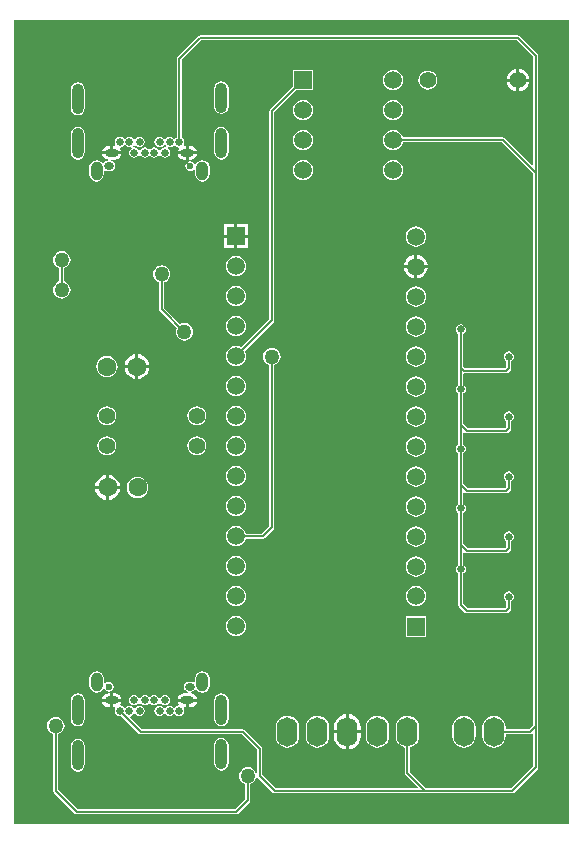
<source format=gbl>
G04*
G04 #@! TF.GenerationSoftware,Altium Limited,Altium Designer,18.1.9 (240)*
G04*
G04 Layer_Physical_Order=2*
G04 Layer_Color=16711680*
%FSLAX25Y25*%
%MOIN*%
G70*
G01*
G75*
%ADD37C,0.00800*%
%ADD38C,0.02559*%
%ADD39O,0.04528X0.02559*%
%ADD40O,0.03347X0.02559*%
%ADD41C,0.02362*%
%ADD42O,0.03937X0.06299*%
%ADD43O,0.03937X0.10079*%
%ADD44C,0.05900*%
%ADD45R,0.05900X0.05900*%
%ADD46C,0.05512*%
%ADD47R,0.05906X0.05906*%
%ADD48C,0.05906*%
%ADD49O,0.06890X0.09843*%
%ADD50C,0.06299*%
%ADD51C,0.05000*%
%ADD52C,0.02500*%
G36*
X531000Y162000D02*
X346000D01*
Y430000D01*
X531000D01*
Y162000D01*
D02*
G37*
%LPC*%
G36*
X514000Y424816D02*
X514000Y424816D01*
X408000D01*
X408000Y424816D01*
X407688Y424754D01*
X407423Y424577D01*
X407423Y424577D01*
X400490Y417644D01*
X400313Y417379D01*
X400251Y417067D01*
X400251Y417067D01*
Y390790D01*
X399856Y390526D01*
X399742Y390355D01*
X399242D01*
X399128Y390526D01*
X398573Y390897D01*
X397917Y391027D01*
X397262Y390897D01*
X396706Y390526D01*
X396545Y390284D01*
X395943D01*
X395782Y390526D01*
X395226Y390897D01*
X394571Y391027D01*
X393916Y390897D01*
X393360Y390526D01*
X392989Y389970D01*
X392858Y389315D01*
X392989Y388660D01*
X393360Y388104D01*
X393916Y387733D01*
X394571Y387602D01*
X395226Y387733D01*
X395782Y388104D01*
X395943Y388346D01*
X396545D01*
X396706Y388104D01*
X397178Y387789D01*
X396998Y387354D01*
X396342Y387484D01*
X395687Y387354D01*
X395132Y386982D01*
X394849Y386559D01*
X394756Y386533D01*
X394386D01*
X394293Y386559D01*
X394010Y386982D01*
X393455Y387354D01*
X392799Y387484D01*
X392144Y387354D01*
X391588Y386982D01*
X391474Y386812D01*
X390974D01*
X390861Y386982D01*
X390305Y387354D01*
X389650Y387484D01*
X388994Y387354D01*
X388439Y386982D01*
X388156Y386559D01*
X388063Y386533D01*
X387692D01*
X387600Y386559D01*
X387317Y386982D01*
X386762Y387354D01*
X386106Y387484D01*
X385451Y387354D01*
X385271Y387789D01*
X385742Y388104D01*
X385904Y388346D01*
X386505D01*
X386667Y388104D01*
X387223Y387733D01*
X387878Y387602D01*
X388533Y387733D01*
X389089Y388104D01*
X389460Y388660D01*
X389590Y389315D01*
X389460Y389970D01*
X389089Y390526D01*
X388533Y390897D01*
X387878Y391027D01*
X387223Y390897D01*
X386667Y390526D01*
X386505Y390284D01*
X385904D01*
X385742Y390526D01*
X385187Y390897D01*
X384531Y391027D01*
X383876Y390897D01*
X383321Y390526D01*
X383207Y390355D01*
X382707D01*
X382593Y390526D01*
X382037Y390897D01*
X381382Y391027D01*
X380727Y390897D01*
X380171Y390526D01*
X379800Y389970D01*
X379669Y389315D01*
X379800Y388660D01*
X379871Y388554D01*
X379660Y388183D01*
X379575Y388096D01*
X379126D01*
Y386272D01*
X381835D01*
X381757Y386661D01*
X381452Y387118D01*
X381689Y387664D01*
X382037Y387733D01*
X382593Y388104D01*
X382707Y388275D01*
X383207D01*
X383321Y388104D01*
X383876Y387733D01*
X384531Y387602D01*
X385187Y387733D01*
X385367Y387298D01*
X384895Y386982D01*
X384524Y386427D01*
X384394Y385772D01*
X384524Y385116D01*
X384895Y384561D01*
X385451Y384190D01*
X386106Y384059D01*
X386762Y384190D01*
X387317Y384561D01*
X387600Y384984D01*
X387692Y385010D01*
X388063D01*
X388156Y384984D01*
X388439Y384561D01*
X388994Y384190D01*
X389650Y384059D01*
X390305Y384190D01*
X390861Y384561D01*
X390974Y384731D01*
X391474D01*
X391588Y384561D01*
X392144Y384190D01*
X392799Y384059D01*
X393455Y384190D01*
X394010Y384561D01*
X394293Y384984D01*
X394386Y385010D01*
X394756D01*
X394849Y384984D01*
X395132Y384561D01*
X395687Y384190D01*
X396342Y384059D01*
X396998Y384190D01*
X397553Y384561D01*
X397925Y385116D01*
X398055Y385772D01*
X397925Y386427D01*
X397553Y386982D01*
X397082Y387298D01*
X397262Y387733D01*
X397917Y387602D01*
X398573Y387733D01*
X399128Y388104D01*
X399242Y388275D01*
X399742D01*
X399856Y388104D01*
X400412Y387733D01*
X400760Y387664D01*
X400996Y387118D01*
X400691Y386661D01*
X400614Y386272D01*
X403323D01*
Y388096D01*
X402874D01*
X402789Y388183D01*
X402578Y388554D01*
X402649Y388660D01*
X402779Y389315D01*
X402649Y389970D01*
X402278Y390526D01*
X401883Y390790D01*
Y416729D01*
X408338Y423184D01*
X513662D01*
X519184Y417662D01*
Y381623D01*
X518722Y381431D01*
X509577Y390577D01*
X509312Y390754D01*
X509000Y390816D01*
X509000Y390816D01*
X475712D01*
X475705Y390875D01*
X475367Y391689D01*
X474830Y392389D01*
X474130Y392926D01*
X473315Y393264D01*
X472441Y393379D01*
X471566Y393264D01*
X470751Y392926D01*
X470052Y392389D01*
X469515Y391689D01*
X469177Y390875D01*
X469062Y390000D01*
X469177Y389125D01*
X469515Y388311D01*
X470052Y387611D01*
X470751Y387074D01*
X471566Y386736D01*
X472441Y386621D01*
X473315Y386736D01*
X474130Y387074D01*
X474830Y387611D01*
X475367Y388311D01*
X475705Y389125D01*
X475712Y389184D01*
X508662D01*
X519184Y378662D01*
Y195038D01*
X517662Y193516D01*
X509878D01*
Y194176D01*
X509746Y195180D01*
X509359Y196115D01*
X508742Y196919D01*
X507939Y197535D01*
X507004Y197922D01*
X506000Y198054D01*
X504996Y197922D01*
X504061Y197535D01*
X503258Y196919D01*
X502641Y196115D01*
X502254Y195180D01*
X502122Y194176D01*
Y191224D01*
X502254Y190220D01*
X502641Y189285D01*
X503258Y188481D01*
X504061Y187865D01*
X504996Y187478D01*
X506000Y187346D01*
X507004Y187478D01*
X507939Y187865D01*
X508742Y188481D01*
X509359Y189285D01*
X509746Y190220D01*
X509878Y191224D01*
Y191884D01*
X518000D01*
X518000Y191884D01*
X518312Y191946D01*
X518577Y192123D01*
X518722Y192269D01*
X519184Y192078D01*
Y181338D01*
X511662Y173816D01*
X483338D01*
X478016Y179138D01*
Y187453D01*
X478204Y187478D01*
X479139Y187865D01*
X479942Y188481D01*
X480558Y189285D01*
X480946Y190220D01*
X481078Y191224D01*
Y194176D01*
X480946Y195180D01*
X480558Y196115D01*
X479942Y196919D01*
X479139Y197535D01*
X478204Y197922D01*
X477200Y198054D01*
X476196Y197922D01*
X475261Y197535D01*
X474458Y196919D01*
X473841Y196115D01*
X473454Y195180D01*
X473322Y194176D01*
Y191224D01*
X473454Y190220D01*
X473841Y189285D01*
X474458Y188481D01*
X475261Y187865D01*
X476196Y187478D01*
X476384Y187453D01*
Y178800D01*
X476384Y178800D01*
X476446Y178488D01*
X476623Y178223D01*
X480569Y174278D01*
X480377Y173816D01*
X433338D01*
X428816Y178338D01*
Y187000D01*
X428816Y187000D01*
X428754Y187312D01*
X428577Y187577D01*
X428577Y187577D01*
X422877Y193277D01*
X422612Y193454D01*
X422300Y193516D01*
X422300Y193516D01*
X388705D01*
X384720Y197500D01*
X384885Y198043D01*
X385187Y198103D01*
X385742Y198474D01*
X385904Y198716D01*
X386505D01*
X386667Y198474D01*
X387223Y198103D01*
X387878Y197973D01*
X388533Y198103D01*
X389089Y198474D01*
X389460Y199030D01*
X389590Y199685D01*
X389460Y200340D01*
X389089Y200896D01*
X388533Y201267D01*
X387878Y201397D01*
X387223Y201267D01*
X386667Y200896D01*
X386505Y200654D01*
X385904D01*
X385742Y200896D01*
X385271Y201211D01*
X385451Y201646D01*
X386106Y201516D01*
X386762Y201646D01*
X387317Y202017D01*
X387600Y202441D01*
X387693Y202467D01*
X388063D01*
X388156Y202441D01*
X388439Y202017D01*
X388994Y201646D01*
X389650Y201516D01*
X390305Y201646D01*
X390861Y202017D01*
X390974Y202188D01*
X391474D01*
X391588Y202017D01*
X392144Y201646D01*
X392799Y201516D01*
X393455Y201646D01*
X394010Y202017D01*
X394293Y202441D01*
X394386Y202467D01*
X394756D01*
X394849Y202441D01*
X395132Y202017D01*
X395687Y201646D01*
X396342Y201516D01*
X396998Y201646D01*
X397178Y201211D01*
X396707Y200896D01*
X396545Y200654D01*
X395943D01*
X395782Y200896D01*
X395226Y201267D01*
X394571Y201397D01*
X393916Y201267D01*
X393360Y200896D01*
X392989Y200340D01*
X392859Y199685D01*
X392989Y199030D01*
X393360Y198474D01*
X393916Y198103D01*
X394571Y197973D01*
X395226Y198103D01*
X395782Y198474D01*
X395943Y198716D01*
X396545D01*
X396707Y198474D01*
X397262Y198103D01*
X397917Y197973D01*
X398573Y198103D01*
X399128Y198474D01*
X399242Y198645D01*
X399742D01*
X399856Y198474D01*
X400412Y198103D01*
X401067Y197973D01*
X401722Y198103D01*
X402278Y198474D01*
X402649Y199030D01*
X402779Y199685D01*
X402649Y200340D01*
X402578Y200446D01*
X402789Y200817D01*
X402874Y200904D01*
X403323D01*
Y202728D01*
X400614D01*
X400691Y202339D01*
X400996Y201883D01*
X400760Y201336D01*
X400412Y201267D01*
X399856Y200896D01*
X399742Y200725D01*
X399242D01*
X399128Y200896D01*
X398573Y201267D01*
X397917Y201397D01*
X397262Y201267D01*
X397082Y201702D01*
X397553Y202017D01*
X397925Y202573D01*
X398055Y203228D01*
X397925Y203884D01*
X397553Y204439D01*
X396998Y204810D01*
X396342Y204941D01*
X395687Y204810D01*
X395132Y204439D01*
X394849Y204016D01*
X394756Y203990D01*
X394386D01*
X394293Y204016D01*
X394010Y204439D01*
X393455Y204810D01*
X392799Y204941D01*
X392144Y204810D01*
X391588Y204439D01*
X391474Y204269D01*
X390974D01*
X390861Y204439D01*
X390305Y204810D01*
X389650Y204941D01*
X388994Y204810D01*
X388439Y204439D01*
X388156Y204016D01*
X388063Y203990D01*
X387693D01*
X387600Y204016D01*
X387317Y204439D01*
X386762Y204810D01*
X386106Y204941D01*
X385451Y204810D01*
X384895Y204439D01*
X384524Y203884D01*
X384394Y203228D01*
X384524Y202573D01*
X384895Y202017D01*
X385367Y201702D01*
X385187Y201267D01*
X384531Y201397D01*
X383876Y201267D01*
X383321Y200896D01*
X383207Y200725D01*
X382707D01*
X382593Y200896D01*
X382037Y201267D01*
X381689Y201336D01*
X381453Y201883D01*
X381757Y202339D01*
X381835Y202728D01*
X379126D01*
Y200904D01*
X379575D01*
X379660Y200817D01*
X379871Y200446D01*
X379800Y200340D01*
X379669Y199685D01*
X379800Y199030D01*
X380171Y198474D01*
X380727Y198103D01*
X381382Y197973D01*
X381848Y198065D01*
X387790Y192123D01*
X387790Y192123D01*
X388055Y191946D01*
X388367Y191884D01*
X421962D01*
X427184Y186662D01*
Y179197D01*
X426684Y179097D01*
X426533Y179463D01*
X426068Y180068D01*
X425462Y180533D01*
X424757Y180825D01*
X424000Y180925D01*
X423243Y180825D01*
X422538Y180533D01*
X421932Y180068D01*
X421467Y179463D01*
X421175Y178757D01*
X421075Y178000D01*
X421175Y177243D01*
X421467Y176538D01*
X421932Y175932D01*
X422538Y175467D01*
X423184Y175199D01*
Y170338D01*
X419662Y166816D01*
X367338D01*
X360816Y173338D01*
Y191899D01*
X361462Y192167D01*
X362068Y192632D01*
X362533Y193237D01*
X362825Y193943D01*
X362925Y194700D01*
X362825Y195457D01*
X362533Y196162D01*
X362068Y196768D01*
X361462Y197233D01*
X360757Y197525D01*
X360000Y197625D01*
X359243Y197525D01*
X358538Y197233D01*
X357932Y196768D01*
X357467Y196162D01*
X357175Y195457D01*
X357075Y194700D01*
X357175Y193943D01*
X357467Y193237D01*
X357932Y192632D01*
X358538Y192167D01*
X359184Y191899D01*
Y173000D01*
X359184Y173000D01*
X359246Y172688D01*
X359423Y172423D01*
X366423Y165423D01*
X366423Y165423D01*
X366688Y165246D01*
X367000Y165184D01*
X420000D01*
X420000Y165184D01*
X420312Y165246D01*
X420577Y165423D01*
X424577Y169423D01*
X424577Y169423D01*
X424754Y169688D01*
X424816Y170000D01*
Y175199D01*
X425462Y175467D01*
X426068Y175932D01*
X426533Y176538D01*
X426825Y177243D01*
X426845Y177389D01*
X427365Y177510D01*
X427423Y177423D01*
X432423Y172423D01*
X432423Y172423D01*
X432688Y172246D01*
X433000Y172184D01*
X433000Y172184D01*
X483000D01*
X483000Y172184D01*
X483000Y172184D01*
X512000D01*
X512000Y172184D01*
X512312Y172246D01*
X512577Y172423D01*
X520577Y180423D01*
X520577Y180423D01*
X520754Y180688D01*
X520816Y181000D01*
X520816Y181000D01*
Y194700D01*
X520816Y194700D01*
X520816Y194700D01*
Y379000D01*
X520816Y379000D01*
X520816Y379000D01*
Y418000D01*
X520754Y418312D01*
X520577Y418577D01*
X520577Y418577D01*
X514577Y424577D01*
X514312Y424754D01*
X514000Y424816D01*
D02*
G37*
G36*
X514500Y413626D02*
Y410403D01*
X517723D01*
X517659Y410884D01*
X517281Y411797D01*
X516679Y412582D01*
X515894Y413184D01*
X514981Y413562D01*
X514500Y413626D01*
D02*
G37*
G36*
X513500D02*
X513020Y413562D01*
X512106Y413184D01*
X511321Y412582D01*
X510719Y411797D01*
X510341Y410884D01*
X510278Y410403D01*
X513500D01*
Y413626D01*
D02*
G37*
G36*
X484000Y413086D02*
X483176Y412978D01*
X482408Y412660D01*
X481749Y412154D01*
X481243Y411495D01*
X480925Y410727D01*
X480817Y409903D01*
X480925Y409079D01*
X481243Y408312D01*
X481749Y407652D01*
X482408Y407147D01*
X483176Y406828D01*
X484000Y406720D01*
X484824Y406828D01*
X485592Y407147D01*
X486251Y407652D01*
X486757Y408312D01*
X487075Y409079D01*
X487183Y409903D01*
X487075Y410727D01*
X486757Y411495D01*
X486251Y412154D01*
X485592Y412660D01*
X484824Y412978D01*
X484000Y413086D01*
D02*
G37*
G36*
X472441Y413379D02*
X471566Y413264D01*
X470751Y412926D01*
X470052Y412389D01*
X469515Y411690D01*
X469177Y410875D01*
X469062Y410000D01*
X469177Y409126D01*
X469515Y408311D01*
X470052Y407611D01*
X470751Y407074D01*
X471566Y406736D01*
X472441Y406621D01*
X473315Y406736D01*
X474130Y407074D01*
X474830Y407611D01*
X475367Y408311D01*
X475705Y409126D01*
X475820Y410000D01*
X475705Y410875D01*
X475367Y411690D01*
X474830Y412389D01*
X474130Y412926D01*
X473315Y413264D01*
X472441Y413379D01*
D02*
G37*
G36*
X517723Y409403D02*
X514500D01*
Y406181D01*
X514981Y406244D01*
X515894Y406622D01*
X516679Y407224D01*
X517281Y408009D01*
X517659Y408923D01*
X517723Y409403D01*
D02*
G37*
G36*
X513500D02*
X510278D01*
X510341Y408923D01*
X510719Y408009D01*
X511321Y407224D01*
X512106Y406622D01*
X513020Y406244D01*
X513500Y406181D01*
Y409403D01*
D02*
G37*
G36*
X415142Y409604D02*
X414218Y409420D01*
X413434Y408897D01*
X412911Y408113D01*
X412727Y407189D01*
Y401047D01*
X412911Y400123D01*
X413434Y399340D01*
X414218Y398816D01*
X415142Y398632D01*
X416066Y398816D01*
X416849Y399340D01*
X417373Y400123D01*
X417557Y401047D01*
Y407189D01*
X417373Y408113D01*
X416849Y408897D01*
X416066Y409420D01*
X415142Y409604D01*
D02*
G37*
G36*
X367307Y409210D02*
X366383Y409026D01*
X365599Y408503D01*
X365076Y407719D01*
X364892Y406795D01*
Y400654D01*
X365076Y399729D01*
X365599Y398946D01*
X366383Y398423D01*
X367307Y398239D01*
X368231Y398423D01*
X369015Y398946D01*
X369538Y399729D01*
X369722Y400654D01*
Y406795D01*
X369538Y407719D01*
X369015Y408503D01*
X368231Y409026D01*
X367307Y409210D01*
D02*
G37*
G36*
X472441Y403379D02*
X471566Y403264D01*
X470751Y402926D01*
X470052Y402389D01*
X469515Y401689D01*
X469177Y400875D01*
X469062Y400000D01*
X469177Y399126D01*
X469515Y398310D01*
X470052Y397611D01*
X470751Y397074D01*
X471566Y396736D01*
X472441Y396621D01*
X473315Y396736D01*
X474130Y397074D01*
X474830Y397611D01*
X475367Y398310D01*
X475705Y399126D01*
X475820Y400000D01*
X475705Y400875D01*
X475367Y401689D01*
X474830Y402389D01*
X474130Y402926D01*
X473315Y403264D01*
X472441Y403379D01*
D02*
G37*
G36*
X442441D02*
X441566Y403264D01*
X440752Y402926D01*
X440052Y402389D01*
X439515Y401689D01*
X439177Y400875D01*
X439062Y400000D01*
X439177Y399126D01*
X439515Y398310D01*
X440052Y397611D01*
X440752Y397074D01*
X441566Y396736D01*
X442441Y396621D01*
X443316Y396736D01*
X444130Y397074D01*
X444830Y397611D01*
X445367Y398310D01*
X445705Y399126D01*
X445820Y400000D01*
X445705Y400875D01*
X445367Y401689D01*
X444830Y402389D01*
X444130Y402926D01*
X443316Y403264D01*
X442441Y403379D01*
D02*
G37*
G36*
Y393379D02*
X441566Y393264D01*
X440752Y392926D01*
X440052Y392389D01*
X439515Y391689D01*
X439177Y390875D01*
X439062Y390000D01*
X439177Y389125D01*
X439515Y388311D01*
X440052Y387611D01*
X440752Y387074D01*
X441566Y386736D01*
X442441Y386621D01*
X443316Y386736D01*
X444130Y387074D01*
X444830Y387611D01*
X445367Y388311D01*
X445705Y389125D01*
X445820Y390000D01*
X445705Y390875D01*
X445367Y391689D01*
X444830Y392389D01*
X444130Y392926D01*
X443316Y393264D01*
X442441Y393379D01*
D02*
G37*
G36*
X378126Y388096D02*
X377642D01*
X376752Y387919D01*
X375998Y387415D01*
X375495Y386661D01*
X375417Y386272D01*
X378126D01*
Y388096D01*
D02*
G37*
G36*
X404807D02*
X404323D01*
Y386272D01*
X407032D01*
X406954Y386661D01*
X406451Y387415D01*
X405696Y387919D01*
X404807Y388096D01*
D02*
G37*
G36*
X407032Y385272D02*
X404323D01*
Y383448D01*
X404807D01*
X405696Y383624D01*
X406451Y384128D01*
X406954Y384882D01*
X407032Y385272D01*
D02*
G37*
G36*
X403323D02*
X400614D01*
X400691Y384882D01*
X401195Y384128D01*
X401949Y383624D01*
X402839Y383448D01*
X403323D01*
Y385272D01*
D02*
G37*
G36*
X415142Y394407D02*
X414218Y394223D01*
X413434Y393700D01*
X412911Y392916D01*
X412727Y391992D01*
Y385850D01*
X412911Y384926D01*
X413434Y384143D01*
X414218Y383619D01*
X415142Y383436D01*
X416066Y383619D01*
X416849Y384143D01*
X417373Y384926D01*
X417557Y385850D01*
Y391992D01*
X417373Y392916D01*
X416849Y393700D01*
X416066Y394223D01*
X415142Y394407D01*
D02*
G37*
G36*
X367307D02*
X366383Y394223D01*
X365599Y393700D01*
X365076Y392916D01*
X364892Y391992D01*
Y385850D01*
X365076Y384926D01*
X365599Y384143D01*
X366383Y383619D01*
X367307Y383436D01*
X368231Y383619D01*
X369015Y384143D01*
X369538Y384926D01*
X369722Y385850D01*
Y391992D01*
X369538Y392916D01*
X369015Y393700D01*
X368231Y394223D01*
X367307Y394407D01*
D02*
G37*
G36*
X381835Y385272D02*
X378626D01*
X375417D01*
X375495Y384882D01*
X375998Y384128D01*
X376752Y383624D01*
X377398Y383496D01*
X377349Y382996D01*
X377248D01*
X376593Y382866D01*
X376037Y382494D01*
X375960Y382379D01*
X375460D01*
X375314Y382597D01*
X374530Y383121D01*
X373606Y383305D01*
X372682Y383121D01*
X371899Y382597D01*
X371375Y381814D01*
X371191Y380890D01*
Y378528D01*
X371375Y377603D01*
X371899Y376820D01*
X372682Y376296D01*
X373606Y376113D01*
X374530Y376296D01*
X375314Y376820D01*
X375837Y377603D01*
X376021Y378528D01*
Y379482D01*
X376521Y379749D01*
X376593Y379701D01*
X377248Y379571D01*
X378035D01*
X378691Y379701D01*
X379246Y380073D01*
X379618Y380628D01*
X379748Y381283D01*
X379618Y381939D01*
X379246Y382494D01*
X378691Y382866D01*
X378279Y382947D01*
X378328Y383448D01*
X379610D01*
X380500Y383624D01*
X381254Y384128D01*
X381757Y384882D01*
X381835Y385272D01*
D02*
G37*
G36*
X408843Y383305D02*
X407918Y383121D01*
X407135Y382597D01*
X406761Y382037D01*
X406695Y382018D01*
X406189Y382061D01*
X405947Y382423D01*
X405424Y382773D01*
X404807Y382896D01*
X404190Y382773D01*
X403667Y382423D01*
X403318Y381900D01*
X403195Y381283D01*
X403318Y380667D01*
X403667Y380144D01*
X404190Y379794D01*
X404807Y379671D01*
X405424Y379794D01*
X405928Y380131D01*
X406042Y380108D01*
X406428Y379963D01*
Y378528D01*
X406611Y377603D01*
X407135Y376820D01*
X407918Y376296D01*
X408843Y376113D01*
X409767Y376296D01*
X410550Y376820D01*
X411074Y377603D01*
X411257Y378528D01*
Y380890D01*
X411074Y381814D01*
X410550Y382597D01*
X409767Y383121D01*
X408843Y383305D01*
D02*
G37*
G36*
X472441Y383379D02*
X471566Y383264D01*
X470751Y382926D01*
X470052Y382389D01*
X469515Y381690D01*
X469177Y380874D01*
X469062Y380000D01*
X469177Y379125D01*
X469515Y378310D01*
X470052Y377611D01*
X470751Y377074D01*
X471566Y376736D01*
X472441Y376621D01*
X473315Y376736D01*
X474130Y377074D01*
X474830Y377611D01*
X475367Y378310D01*
X475705Y379125D01*
X475820Y380000D01*
X475705Y380874D01*
X475367Y381690D01*
X474830Y382389D01*
X474130Y382926D01*
X473315Y383264D01*
X472441Y383379D01*
D02*
G37*
G36*
X442441D02*
X441566Y383264D01*
X440752Y382926D01*
X440052Y382389D01*
X439515Y381690D01*
X439177Y380874D01*
X439062Y380000D01*
X439177Y379125D01*
X439515Y378310D01*
X440052Y377611D01*
X440752Y377074D01*
X441566Y376736D01*
X442441Y376621D01*
X443316Y376736D01*
X444130Y377074D01*
X444830Y377611D01*
X445367Y378310D01*
X445705Y379125D01*
X445820Y380000D01*
X445705Y380874D01*
X445367Y381690D01*
X444830Y382389D01*
X444130Y382926D01*
X443316Y383264D01*
X442441Y383379D01*
D02*
G37*
G36*
X423953Y361853D02*
X420500D01*
Y358400D01*
X423953D01*
Y361853D01*
D02*
G37*
G36*
X419500D02*
X416047D01*
Y358400D01*
X419500D01*
Y361853D01*
D02*
G37*
G36*
X480000Y361177D02*
X479125Y361062D01*
X478309Y360724D01*
X477609Y360187D01*
X477071Y359486D01*
X476734Y358670D01*
X476618Y357795D01*
X476734Y356920D01*
X477071Y356104D01*
X477609Y355404D01*
X478309Y354867D01*
X479125Y354529D01*
X480000Y354414D01*
X480875Y354529D01*
X481691Y354867D01*
X482391Y355404D01*
X482929Y356104D01*
X483266Y356920D01*
X483382Y357795D01*
X483266Y358670D01*
X482929Y359486D01*
X482391Y360187D01*
X481691Y360724D01*
X480875Y361062D01*
X480000Y361177D01*
D02*
G37*
G36*
X423953Y357400D02*
X420500D01*
Y353947D01*
X423953D01*
Y357400D01*
D02*
G37*
G36*
X419500D02*
X416047D01*
Y353947D01*
X419500D01*
Y357400D01*
D02*
G37*
G36*
X480500Y351716D02*
Y348295D01*
X483921D01*
X483851Y348827D01*
X483453Y349789D01*
X482819Y350614D01*
X481993Y351248D01*
X481032Y351646D01*
X480500Y351716D01*
D02*
G37*
G36*
X479500D02*
X478968Y351646D01*
X478007Y351248D01*
X477181Y350614D01*
X476547Y349789D01*
X476149Y348827D01*
X476079Y348295D01*
X479500D01*
Y351716D01*
D02*
G37*
G36*
X420000Y351282D02*
X419125Y351166D01*
X418309Y350829D01*
X417609Y350291D01*
X417071Y349591D01*
X416734Y348775D01*
X416618Y347900D01*
X416734Y347025D01*
X417071Y346209D01*
X417609Y345509D01*
X418309Y344971D01*
X419125Y344634D01*
X420000Y344518D01*
X420875Y344634D01*
X421691Y344971D01*
X422391Y345509D01*
X422929Y346209D01*
X423266Y347025D01*
X423382Y347900D01*
X423266Y348775D01*
X422929Y349591D01*
X422391Y350291D01*
X421691Y350829D01*
X420875Y351166D01*
X420000Y351282D01*
D02*
G37*
G36*
X483921Y347295D02*
X480500D01*
Y343874D01*
X481032Y343944D01*
X481993Y344343D01*
X482819Y344976D01*
X483453Y345802D01*
X483851Y346763D01*
X483921Y347295D01*
D02*
G37*
G36*
X479500D02*
X476079D01*
X476149Y346763D01*
X476547Y345802D01*
X477181Y344976D01*
X478007Y344343D01*
X478968Y343944D01*
X479500Y343874D01*
Y347295D01*
D02*
G37*
G36*
X362000Y352925D02*
X361243Y352825D01*
X360538Y352533D01*
X359932Y352068D01*
X359467Y351463D01*
X359175Y350757D01*
X359075Y350000D01*
X359175Y349243D01*
X359467Y348537D01*
X359932Y347932D01*
X360538Y347467D01*
X361184Y347199D01*
Y342801D01*
X360538Y342533D01*
X359932Y342068D01*
X359467Y341462D01*
X359175Y340757D01*
X359075Y340000D01*
X359175Y339243D01*
X359467Y338538D01*
X359932Y337932D01*
X360538Y337467D01*
X361243Y337175D01*
X362000Y337075D01*
X362757Y337175D01*
X363462Y337467D01*
X364068Y337932D01*
X364533Y338538D01*
X364825Y339243D01*
X364925Y340000D01*
X364825Y340757D01*
X364533Y341462D01*
X364068Y342068D01*
X363462Y342533D01*
X362816Y342801D01*
Y347199D01*
X363462Y347467D01*
X364068Y347932D01*
X364533Y348537D01*
X364825Y349243D01*
X364925Y350000D01*
X364825Y350757D01*
X364533Y351463D01*
X364068Y352068D01*
X363462Y352533D01*
X362757Y352825D01*
X362000Y352925D01*
D02*
G37*
G36*
X420000Y341282D02*
X419125Y341166D01*
X418309Y340829D01*
X417609Y340291D01*
X417071Y339591D01*
X416734Y338775D01*
X416618Y337900D01*
X416734Y337025D01*
X417071Y336209D01*
X417609Y335509D01*
X418309Y334971D01*
X419125Y334634D01*
X420000Y334518D01*
X420875Y334634D01*
X421691Y334971D01*
X422391Y335509D01*
X422929Y336209D01*
X423266Y337025D01*
X423382Y337900D01*
X423266Y338775D01*
X422929Y339591D01*
X422391Y340291D01*
X421691Y340829D01*
X420875Y341166D01*
X420000Y341282D01*
D02*
G37*
G36*
X480000Y341177D02*
X479125Y341062D01*
X478309Y340724D01*
X477609Y340187D01*
X477071Y339486D01*
X476734Y338670D01*
X476618Y337795D01*
X476734Y336920D01*
X477071Y336104D01*
X477609Y335404D01*
X478309Y334867D01*
X479125Y334529D01*
X480000Y334414D01*
X480875Y334529D01*
X481691Y334867D01*
X482391Y335404D01*
X482929Y336104D01*
X483266Y336920D01*
X483382Y337795D01*
X483266Y338670D01*
X482929Y339486D01*
X482391Y340187D01*
X481691Y340724D01*
X480875Y341062D01*
X480000Y341177D01*
D02*
G37*
G36*
X420000Y331282D02*
X419125Y331166D01*
X418309Y330829D01*
X417609Y330291D01*
X417071Y329591D01*
X416734Y328775D01*
X416618Y327900D01*
X416734Y327025D01*
X417071Y326209D01*
X417609Y325509D01*
X418309Y324971D01*
X419125Y324634D01*
X420000Y324518D01*
X420875Y324634D01*
X421691Y324971D01*
X422391Y325509D01*
X422929Y326209D01*
X423266Y327025D01*
X423382Y327900D01*
X423266Y328775D01*
X422929Y329591D01*
X422391Y330291D01*
X421691Y330829D01*
X420875Y331166D01*
X420000Y331282D01*
D02*
G37*
G36*
X480000Y331177D02*
X479125Y331062D01*
X478309Y330724D01*
X477609Y330187D01*
X477071Y329486D01*
X476734Y328671D01*
X476618Y327795D01*
X476734Y326920D01*
X477071Y326104D01*
X477609Y325404D01*
X478309Y324867D01*
X479125Y324529D01*
X480000Y324414D01*
X480875Y324529D01*
X481691Y324867D01*
X482391Y325404D01*
X482929Y326104D01*
X483266Y326920D01*
X483382Y327795D01*
X483266Y328671D01*
X482929Y329486D01*
X482391Y330187D01*
X481691Y330724D01*
X480875Y331062D01*
X480000Y331177D01*
D02*
G37*
G36*
X395276Y348201D02*
X394518Y348101D01*
X393813Y347809D01*
X393207Y347344D01*
X392742Y346738D01*
X392450Y346033D01*
X392351Y345276D01*
X392450Y344518D01*
X392742Y343813D01*
X393207Y343207D01*
X393813Y342742D01*
X394460Y342475D01*
Y333543D01*
X394460Y333543D01*
X394522Y333231D01*
X394699Y332966D01*
X400261Y327404D01*
X399993Y326757D01*
X399894Y326000D01*
X399993Y325243D01*
X400286Y324537D01*
X400751Y323932D01*
X401356Y323467D01*
X402062Y323175D01*
X402819Y323075D01*
X403576Y323175D01*
X404281Y323467D01*
X404887Y323932D01*
X405352Y324537D01*
X405644Y325243D01*
X405744Y326000D01*
X405644Y326757D01*
X405352Y327463D01*
X404887Y328068D01*
X404281Y328533D01*
X403576Y328825D01*
X402819Y328925D01*
X402062Y328825D01*
X401415Y328557D01*
X396091Y333881D01*
Y342475D01*
X396738Y342742D01*
X397344Y343207D01*
X397809Y343813D01*
X398101Y344518D01*
X398201Y345276D01*
X398101Y346033D01*
X397809Y346738D01*
X397344Y347344D01*
X396738Y347809D01*
X396033Y348101D01*
X395276Y348201D01*
D02*
G37*
G36*
X445791Y413350D02*
X439091D01*
Y407803D01*
X431423Y400136D01*
X431246Y399871D01*
X431184Y399559D01*
X431184Y399559D01*
Y330238D01*
X421738Y320792D01*
X421691Y320829D01*
X420875Y321166D01*
X420000Y321282D01*
X419125Y321166D01*
X418309Y320829D01*
X417609Y320291D01*
X417071Y319591D01*
X416734Y318775D01*
X416618Y317900D01*
X416734Y317025D01*
X417071Y316209D01*
X417609Y315509D01*
X418309Y314971D01*
X419125Y314634D01*
X420000Y314518D01*
X420875Y314634D01*
X421691Y314971D01*
X422391Y315509D01*
X422929Y316209D01*
X423266Y317025D01*
X423382Y317900D01*
X423266Y318775D01*
X422929Y319591D01*
X422892Y319638D01*
X432577Y329323D01*
X432577Y329323D01*
X432754Y329588D01*
X432816Y329900D01*
Y399221D01*
X440244Y406650D01*
X445791D01*
Y413350D01*
D02*
G37*
G36*
X387500Y318581D02*
Y314961D01*
X391120D01*
X391043Y315545D01*
X390625Y316554D01*
X389960Y317421D01*
X389093Y318086D01*
X388083Y318504D01*
X387500Y318581D01*
D02*
G37*
G36*
X386500D02*
X385917Y318504D01*
X384907Y318086D01*
X384040Y317421D01*
X383375Y316554D01*
X382957Y315545D01*
X382880Y314961D01*
X386500D01*
Y318581D01*
D02*
G37*
G36*
X480000Y321177D02*
X479125Y321062D01*
X478309Y320724D01*
X477609Y320186D01*
X477071Y319486D01*
X476734Y318671D01*
X476618Y317795D01*
X476734Y316920D01*
X477071Y316104D01*
X477609Y315404D01*
X478309Y314867D01*
X479125Y314529D01*
X480000Y314414D01*
X480875Y314529D01*
X481691Y314867D01*
X482391Y315404D01*
X482929Y316104D01*
X483266Y316920D01*
X483382Y317795D01*
X483266Y318671D01*
X482929Y319486D01*
X482391Y320186D01*
X481691Y320724D01*
X480875Y321062D01*
X480000Y321177D01*
D02*
G37*
G36*
X495000Y328501D02*
X494356Y328373D01*
X493810Y328009D01*
X493446Y327463D01*
X493318Y326819D01*
X493446Y326175D01*
X493810Y325629D01*
X494184Y325379D01*
Y314000D01*
X494184Y314000D01*
X494184Y314000D01*
Y308345D01*
X493810Y308095D01*
X493446Y307549D01*
X493318Y306906D01*
X493446Y306262D01*
X493810Y305716D01*
X494184Y305466D01*
Y295000D01*
X494184Y295000D01*
X494184Y295000D01*
Y288494D01*
X493810Y288245D01*
X493446Y287699D01*
X493318Y287055D01*
X493446Y286411D01*
X493810Y285865D01*
X494184Y285616D01*
Y275000D01*
X494184Y275000D01*
X494184Y275000D01*
Y268644D01*
X493810Y268394D01*
X493446Y267848D01*
X493318Y267205D01*
X493446Y266561D01*
X493810Y266015D01*
X494184Y265765D01*
Y255000D01*
X494184Y255000D01*
X494184Y255000D01*
Y248345D01*
X493810Y248095D01*
X493446Y247549D01*
X493318Y246905D01*
X493446Y246262D01*
X493810Y245716D01*
X494184Y245466D01*
Y235000D01*
X494184Y235000D01*
X494246Y234688D01*
X494423Y234423D01*
X496423Y232423D01*
X496423Y232423D01*
X496688Y232246D01*
X497000Y232184D01*
X497000Y232184D01*
X510000D01*
X510000Y232184D01*
X510312Y232246D01*
X510577Y232423D01*
X511577Y233423D01*
X511577Y233423D01*
X511754Y233688D01*
X511816Y234000D01*
Y236356D01*
X512190Y236606D01*
X512554Y237152D01*
X512682Y237795D01*
X512554Y238439D01*
X512190Y238985D01*
X511644Y239350D01*
X511000Y239478D01*
X510356Y239350D01*
X509810Y238985D01*
X509446Y238439D01*
X509318Y237795D01*
X509446Y237152D01*
X509810Y236606D01*
X510184Y236356D01*
Y234338D01*
X509662Y233816D01*
X497338D01*
X495816Y235338D01*
Y245466D01*
X496190Y245716D01*
X496554Y246262D01*
X496682Y246905D01*
X496554Y247549D01*
X496190Y248095D01*
X495816Y248345D01*
Y252378D01*
X496278Y252569D01*
X496423Y252423D01*
X496423Y252423D01*
X496688Y252246D01*
X497000Y252184D01*
X497000Y252184D01*
X510000D01*
X510000Y252184D01*
X510312Y252246D01*
X510577Y252423D01*
X511577Y253423D01*
X511577Y253423D01*
X511754Y253688D01*
X511816Y254000D01*
Y256356D01*
X512190Y256606D01*
X512554Y257152D01*
X512682Y257795D01*
X512554Y258439D01*
X512190Y258985D01*
X511644Y259349D01*
X511000Y259478D01*
X510356Y259349D01*
X509810Y258985D01*
X509446Y258439D01*
X509318Y257795D01*
X509446Y257152D01*
X509810Y256606D01*
X510184Y256356D01*
Y254338D01*
X509662Y253816D01*
X497338D01*
X495816Y255338D01*
Y265765D01*
X496190Y266015D01*
X496554Y266561D01*
X496682Y267205D01*
X496554Y267848D01*
X496190Y268394D01*
X495816Y268644D01*
Y272377D01*
X496278Y272569D01*
X496423Y272423D01*
X496423Y272423D01*
X496688Y272246D01*
X497000Y272184D01*
X497000Y272184D01*
X510000D01*
X510000Y272184D01*
X510312Y272246D01*
X510577Y272423D01*
X511577Y273423D01*
X511577Y273423D01*
X511754Y273688D01*
X511816Y274000D01*
Y276356D01*
X512190Y276606D01*
X512554Y277151D01*
X512682Y277795D01*
X512554Y278439D01*
X512190Y278985D01*
X511644Y279349D01*
X511000Y279478D01*
X510356Y279349D01*
X509810Y278985D01*
X509446Y278439D01*
X509318Y277795D01*
X509446Y277151D01*
X509810Y276606D01*
X510184Y276356D01*
Y274338D01*
X509662Y273816D01*
X497338D01*
X495816Y275338D01*
Y285616D01*
X496190Y285865D01*
X496554Y286411D01*
X496682Y287055D01*
X496554Y287699D01*
X496190Y288245D01*
X495816Y288494D01*
Y292377D01*
X496278Y292569D01*
X496423Y292423D01*
X496423Y292423D01*
X496688Y292246D01*
X497000Y292184D01*
X497000Y292184D01*
X510000D01*
X510000Y292184D01*
X510312Y292246D01*
X510577Y292423D01*
X511577Y293423D01*
X511577Y293423D01*
X511754Y293688D01*
X511816Y294000D01*
Y296356D01*
X512190Y296606D01*
X512554Y297151D01*
X512682Y297795D01*
X512554Y298439D01*
X512190Y298985D01*
X511644Y299349D01*
X511000Y299478D01*
X510356Y299349D01*
X509810Y298985D01*
X509446Y298439D01*
X509318Y297795D01*
X509446Y297151D01*
X509810Y296606D01*
X510184Y296356D01*
Y294338D01*
X509662Y293816D01*
X497338D01*
X495816Y295338D01*
Y305466D01*
X496190Y305716D01*
X496554Y306262D01*
X496682Y306906D01*
X496554Y307549D01*
X496190Y308095D01*
X495816Y308345D01*
Y312033D01*
X496000Y312184D01*
X510000D01*
X510000Y312184D01*
X510312Y312246D01*
X510577Y312423D01*
X511577Y313423D01*
X511577Y313423D01*
X511754Y313688D01*
X511816Y314000D01*
Y316356D01*
X512190Y316606D01*
X512554Y317151D01*
X512682Y317795D01*
X512554Y318439D01*
X512190Y318985D01*
X511644Y319350D01*
X511000Y319478D01*
X510356Y319350D01*
X509810Y318985D01*
X509446Y318439D01*
X509318Y317795D01*
X509446Y317151D01*
X509810Y316606D01*
X510184Y316356D01*
Y314338D01*
X509662Y313816D01*
X496338D01*
X495816Y314338D01*
Y325379D01*
X496190Y325629D01*
X496554Y326175D01*
X496682Y326819D01*
X496554Y327463D01*
X496190Y328009D01*
X495644Y328373D01*
X495000Y328501D01*
D02*
G37*
G36*
X377000Y318042D02*
X376073Y317920D01*
X375210Y317562D01*
X374468Y316993D01*
X373899Y316251D01*
X373542Y315388D01*
X373420Y314461D01*
X373542Y313535D01*
X373899Y312671D01*
X374468Y311930D01*
X375210Y311361D01*
X376073Y311003D01*
X377000Y310881D01*
X377927Y311003D01*
X378790Y311361D01*
X379532Y311930D01*
X380101Y312671D01*
X380458Y313535D01*
X380580Y314461D01*
X380458Y315388D01*
X380101Y316251D01*
X379532Y316993D01*
X378790Y317562D01*
X377927Y317920D01*
X377000Y318042D01*
D02*
G37*
G36*
X391120Y313961D02*
X387500D01*
Y310342D01*
X388083Y310419D01*
X389093Y310837D01*
X389960Y311502D01*
X390625Y312369D01*
X391043Y313378D01*
X391120Y313961D01*
D02*
G37*
G36*
X386500D02*
X382880D01*
X382957Y313378D01*
X383375Y312369D01*
X384040Y311502D01*
X384907Y310837D01*
X385917Y310419D01*
X386500Y310342D01*
Y313961D01*
D02*
G37*
G36*
X420000Y311282D02*
X419125Y311166D01*
X418309Y310829D01*
X417609Y310291D01*
X417071Y309591D01*
X416734Y308775D01*
X416618Y307900D01*
X416734Y307025D01*
X417071Y306209D01*
X417609Y305509D01*
X418309Y304971D01*
X419125Y304634D01*
X420000Y304518D01*
X420875Y304634D01*
X421691Y304971D01*
X422391Y305509D01*
X422929Y306209D01*
X423266Y307025D01*
X423382Y307900D01*
X423266Y308775D01*
X422929Y309591D01*
X422391Y310291D01*
X421691Y310829D01*
X420875Y311166D01*
X420000Y311282D01*
D02*
G37*
G36*
X480000Y311177D02*
X479125Y311062D01*
X478309Y310724D01*
X477609Y310187D01*
X477071Y309486D01*
X476734Y308670D01*
X476618Y307795D01*
X476734Y306920D01*
X477071Y306104D01*
X477609Y305404D01*
X478309Y304867D01*
X479125Y304529D01*
X480000Y304414D01*
X480875Y304529D01*
X481691Y304867D01*
X482391Y305404D01*
X482929Y306104D01*
X483266Y306920D01*
X483382Y307795D01*
X483266Y308670D01*
X482929Y309486D01*
X482391Y310187D01*
X481691Y310724D01*
X480875Y311062D01*
X480000Y311177D01*
D02*
G37*
G36*
X407000Y301183D02*
X406176Y301075D01*
X405408Y300757D01*
X404749Y300251D01*
X404243Y299592D01*
X403925Y298824D01*
X403817Y298000D01*
X403925Y297176D01*
X404243Y296408D01*
X404749Y295749D01*
X405408Y295243D01*
X406176Y294925D01*
X407000Y294817D01*
X407824Y294925D01*
X408592Y295243D01*
X409251Y295749D01*
X409757Y296408D01*
X410075Y297176D01*
X410183Y298000D01*
X410075Y298824D01*
X409757Y299592D01*
X409251Y300251D01*
X408592Y300757D01*
X407824Y301075D01*
X407000Y301183D01*
D02*
G37*
G36*
X377000D02*
X376176Y301075D01*
X375408Y300757D01*
X374749Y300251D01*
X374243Y299592D01*
X373925Y298824D01*
X373817Y298000D01*
X373925Y297176D01*
X374243Y296408D01*
X374749Y295749D01*
X375408Y295243D01*
X376176Y294925D01*
X377000Y294817D01*
X377824Y294925D01*
X378592Y295243D01*
X379251Y295749D01*
X379757Y296408D01*
X380075Y297176D01*
X380183Y298000D01*
X380075Y298824D01*
X379757Y299592D01*
X379251Y300251D01*
X378592Y300757D01*
X377824Y301075D01*
X377000Y301183D01*
D02*
G37*
G36*
X420000Y301282D02*
X419125Y301166D01*
X418309Y300829D01*
X417609Y300291D01*
X417071Y299591D01*
X416734Y298775D01*
X416618Y297900D01*
X416734Y297025D01*
X417071Y296209D01*
X417609Y295509D01*
X418309Y294971D01*
X419125Y294634D01*
X420000Y294518D01*
X420875Y294634D01*
X421691Y294971D01*
X422391Y295509D01*
X422929Y296209D01*
X423266Y297025D01*
X423382Y297900D01*
X423266Y298775D01*
X422929Y299591D01*
X422391Y300291D01*
X421691Y300829D01*
X420875Y301166D01*
X420000Y301282D01*
D02*
G37*
G36*
X480000Y301177D02*
X479125Y301062D01*
X478309Y300724D01*
X477609Y300186D01*
X477071Y299486D01*
X476734Y298671D01*
X476618Y297795D01*
X476734Y296920D01*
X477071Y296104D01*
X477609Y295404D01*
X478309Y294867D01*
X479125Y294529D01*
X480000Y294414D01*
X480875Y294529D01*
X481691Y294867D01*
X482391Y295404D01*
X482929Y296104D01*
X483266Y296920D01*
X483382Y297795D01*
X483266Y298671D01*
X482929Y299486D01*
X482391Y300186D01*
X481691Y300724D01*
X480875Y301062D01*
X480000Y301177D01*
D02*
G37*
G36*
X407000Y291183D02*
X406176Y291075D01*
X405408Y290757D01*
X404749Y290251D01*
X404243Y289592D01*
X403925Y288824D01*
X403817Y288000D01*
X403925Y287176D01*
X404243Y286408D01*
X404749Y285749D01*
X405408Y285243D01*
X406176Y284925D01*
X407000Y284817D01*
X407824Y284925D01*
X408592Y285243D01*
X409251Y285749D01*
X409757Y286408D01*
X410075Y287176D01*
X410183Y288000D01*
X410075Y288824D01*
X409757Y289592D01*
X409251Y290251D01*
X408592Y290757D01*
X407824Y291075D01*
X407000Y291183D01*
D02*
G37*
G36*
X377000D02*
X376176Y291075D01*
X375408Y290757D01*
X374749Y290251D01*
X374243Y289592D01*
X373925Y288824D01*
X373817Y288000D01*
X373925Y287176D01*
X374243Y286408D01*
X374749Y285749D01*
X375408Y285243D01*
X376176Y284925D01*
X377000Y284817D01*
X377824Y284925D01*
X378592Y285243D01*
X379251Y285749D01*
X379757Y286408D01*
X380075Y287176D01*
X380183Y288000D01*
X380075Y288824D01*
X379757Y289592D01*
X379251Y290251D01*
X378592Y290757D01*
X377824Y291075D01*
X377000Y291183D01*
D02*
G37*
G36*
X420000Y291282D02*
X419125Y291166D01*
X418309Y290829D01*
X417609Y290291D01*
X417071Y289591D01*
X416734Y288775D01*
X416618Y287900D01*
X416734Y287025D01*
X417071Y286209D01*
X417609Y285509D01*
X418309Y284971D01*
X419125Y284634D01*
X420000Y284518D01*
X420875Y284634D01*
X421691Y284971D01*
X422391Y285509D01*
X422929Y286209D01*
X423266Y287025D01*
X423382Y287900D01*
X423266Y288775D01*
X422929Y289591D01*
X422391Y290291D01*
X421691Y290829D01*
X420875Y291166D01*
X420000Y291282D01*
D02*
G37*
G36*
X480000Y291177D02*
X479125Y291062D01*
X478309Y290724D01*
X477609Y290187D01*
X477071Y289486D01*
X476734Y288670D01*
X476618Y287795D01*
X476734Y286920D01*
X477071Y286104D01*
X477609Y285404D01*
X478309Y284867D01*
X479125Y284529D01*
X480000Y284414D01*
X480875Y284529D01*
X481691Y284867D01*
X482391Y285404D01*
X482929Y286104D01*
X483266Y286920D01*
X483382Y287795D01*
X483266Y288670D01*
X482929Y289486D01*
X482391Y290187D01*
X481691Y290724D01*
X480875Y291062D01*
X480000Y291177D01*
D02*
G37*
G36*
X377744Y278269D02*
Y274650D01*
X381364D01*
X381287Y275233D01*
X380869Y276242D01*
X380204Y277109D01*
X379337Y277774D01*
X378327Y278192D01*
X377744Y278269D01*
D02*
G37*
G36*
X376744Y278269D02*
X376161Y278192D01*
X375151Y277774D01*
X374285Y277109D01*
X373619Y276242D01*
X373201Y275233D01*
X373125Y274650D01*
X376744D01*
Y278269D01*
D02*
G37*
G36*
X420000Y281282D02*
X419125Y281166D01*
X418309Y280829D01*
X417609Y280291D01*
X417071Y279591D01*
X416734Y278775D01*
X416618Y277900D01*
X416734Y277025D01*
X417071Y276209D01*
X417609Y275509D01*
X418309Y274971D01*
X419125Y274634D01*
X420000Y274518D01*
X420875Y274634D01*
X421691Y274971D01*
X422391Y275509D01*
X422929Y276209D01*
X423266Y277025D01*
X423382Y277900D01*
X423266Y278775D01*
X422929Y279591D01*
X422391Y280291D01*
X421691Y280829D01*
X420875Y281166D01*
X420000Y281282D01*
D02*
G37*
G36*
X480000Y281177D02*
X479125Y281062D01*
X478309Y280724D01*
X477609Y280187D01*
X477071Y279486D01*
X476734Y278671D01*
X476618Y277795D01*
X476734Y276920D01*
X477071Y276104D01*
X477609Y275404D01*
X478309Y274867D01*
X479125Y274529D01*
X480000Y274414D01*
X480875Y274529D01*
X481691Y274867D01*
X482391Y275404D01*
X482929Y276104D01*
X483266Y276920D01*
X483382Y277795D01*
X483266Y278671D01*
X482929Y279486D01*
X482391Y280187D01*
X481691Y280724D01*
X480875Y281062D01*
X480000Y281177D01*
D02*
G37*
G36*
X387244Y277730D02*
X386317Y277608D01*
X385454Y277250D01*
X384713Y276681D01*
X384143Y275940D01*
X383786Y275076D01*
X383664Y274150D01*
X383786Y273223D01*
X384143Y272359D01*
X384713Y271618D01*
X385454Y271049D01*
X386317Y270691D01*
X387244Y270569D01*
X388171Y270691D01*
X389034Y271049D01*
X389776Y271618D01*
X390345Y272359D01*
X390702Y273223D01*
X390824Y274150D01*
X390702Y275076D01*
X390345Y275940D01*
X389776Y276681D01*
X389034Y277250D01*
X388171Y277608D01*
X387244Y277730D01*
D02*
G37*
G36*
X376744Y273650D02*
X373125D01*
X373201Y273066D01*
X373619Y272057D01*
X374285Y271190D01*
X375151Y270525D01*
X376161Y270107D01*
X376744Y270030D01*
Y273650D01*
D02*
G37*
G36*
X381364D02*
X377744D01*
Y270030D01*
X378327Y270107D01*
X379337Y270525D01*
X380204Y271190D01*
X380869Y272057D01*
X381287Y273066D01*
X381364Y273650D01*
D02*
G37*
G36*
X420000Y271282D02*
X419125Y271166D01*
X418309Y270829D01*
X417609Y270291D01*
X417071Y269591D01*
X416734Y268775D01*
X416618Y267900D01*
X416734Y267025D01*
X417071Y266209D01*
X417609Y265509D01*
X418309Y264971D01*
X419125Y264634D01*
X420000Y264518D01*
X420875Y264634D01*
X421691Y264971D01*
X422391Y265509D01*
X422929Y266209D01*
X423266Y267025D01*
X423382Y267900D01*
X423266Y268775D01*
X422929Y269591D01*
X422391Y270291D01*
X421691Y270829D01*
X420875Y271166D01*
X420000Y271282D01*
D02*
G37*
G36*
X480000Y271177D02*
X479125Y271062D01*
X478309Y270724D01*
X477609Y270186D01*
X477071Y269486D01*
X476734Y268671D01*
X476618Y267795D01*
X476734Y266920D01*
X477071Y266104D01*
X477609Y265404D01*
X478309Y264867D01*
X479125Y264529D01*
X480000Y264414D01*
X480875Y264529D01*
X481691Y264867D01*
X482391Y265404D01*
X482929Y266104D01*
X483266Y266920D01*
X483382Y267795D01*
X483266Y268671D01*
X482929Y269486D01*
X482391Y270186D01*
X481691Y270724D01*
X480875Y271062D01*
X480000Y271177D01*
D02*
G37*
G36*
X432000Y320720D02*
X431243Y320621D01*
X430538Y320328D01*
X429932Y319864D01*
X429467Y319258D01*
X429175Y318552D01*
X429075Y317795D01*
X429175Y317038D01*
X429467Y316333D01*
X429932Y315727D01*
X430538Y315262D01*
X431184Y314994D01*
Y261138D01*
X428762Y258716D01*
X423274D01*
X423266Y258775D01*
X422929Y259591D01*
X422391Y260291D01*
X421691Y260829D01*
X420875Y261166D01*
X420000Y261282D01*
X419125Y261166D01*
X418309Y260829D01*
X417609Y260291D01*
X417071Y259591D01*
X416734Y258775D01*
X416618Y257900D01*
X416734Y257025D01*
X417071Y256209D01*
X417609Y255509D01*
X418309Y254971D01*
X419125Y254634D01*
X420000Y254518D01*
X420875Y254634D01*
X421691Y254971D01*
X422391Y255509D01*
X422929Y256209D01*
X423266Y257025D01*
X423274Y257084D01*
X429100D01*
X429100Y257084D01*
X429412Y257146D01*
X429677Y257323D01*
X432577Y260223D01*
X432754Y260488D01*
X432816Y260800D01*
X432816Y260800D01*
Y314994D01*
X433462Y315262D01*
X434068Y315727D01*
X434533Y316333D01*
X434825Y317038D01*
X434925Y317795D01*
X434825Y318552D01*
X434533Y319258D01*
X434068Y319864D01*
X433462Y320328D01*
X432757Y320621D01*
X432000Y320720D01*
D02*
G37*
G36*
X480000Y261177D02*
X479125Y261062D01*
X478309Y260724D01*
X477609Y260187D01*
X477071Y259486D01*
X476734Y258670D01*
X476618Y257795D01*
X476734Y256920D01*
X477071Y256104D01*
X477609Y255404D01*
X478309Y254867D01*
X479125Y254529D01*
X480000Y254414D01*
X480875Y254529D01*
X481691Y254867D01*
X482391Y255404D01*
X482929Y256104D01*
X483266Y256920D01*
X483382Y257795D01*
X483266Y258670D01*
X482929Y259486D01*
X482391Y260187D01*
X481691Y260724D01*
X480875Y261062D01*
X480000Y261177D01*
D02*
G37*
G36*
X420000Y251282D02*
X419125Y251166D01*
X418309Y250829D01*
X417609Y250291D01*
X417071Y249591D01*
X416734Y248775D01*
X416618Y247900D01*
X416734Y247025D01*
X417071Y246209D01*
X417609Y245509D01*
X418309Y244971D01*
X419125Y244634D01*
X420000Y244518D01*
X420875Y244634D01*
X421691Y244971D01*
X422391Y245509D01*
X422929Y246209D01*
X423266Y247025D01*
X423382Y247900D01*
X423266Y248775D01*
X422929Y249591D01*
X422391Y250291D01*
X421691Y250829D01*
X420875Y251166D01*
X420000Y251282D01*
D02*
G37*
G36*
X480000Y251177D02*
X479125Y251062D01*
X478309Y250724D01*
X477609Y250186D01*
X477071Y249486D01*
X476734Y248671D01*
X476618Y247795D01*
X476734Y246920D01*
X477071Y246104D01*
X477609Y245404D01*
X478309Y244867D01*
X479125Y244529D01*
X480000Y244414D01*
X480875Y244529D01*
X481691Y244867D01*
X482391Y245404D01*
X482929Y246104D01*
X483266Y246920D01*
X483382Y247795D01*
X483266Y248671D01*
X482929Y249486D01*
X482391Y250186D01*
X481691Y250724D01*
X480875Y251062D01*
X480000Y251177D01*
D02*
G37*
G36*
Y241382D02*
X479125Y241266D01*
X478309Y240929D01*
X477609Y240391D01*
X477071Y239691D01*
X476734Y238875D01*
X476618Y238000D01*
X476734Y237125D01*
X477071Y236309D01*
X477609Y235609D01*
X478309Y235071D01*
X479125Y234734D01*
X480000Y234618D01*
X480875Y234734D01*
X481691Y235071D01*
X482391Y235609D01*
X482929Y236309D01*
X483266Y237125D01*
X483382Y238000D01*
X483266Y238875D01*
X482929Y239691D01*
X482391Y240391D01*
X481691Y240929D01*
X480875Y241266D01*
X480000Y241382D01*
D02*
G37*
G36*
X420000Y241282D02*
X419125Y241166D01*
X418309Y240829D01*
X417609Y240291D01*
X417071Y239591D01*
X416734Y238775D01*
X416618Y237900D01*
X416734Y237025D01*
X417071Y236209D01*
X417609Y235509D01*
X418309Y234971D01*
X419125Y234634D01*
X420000Y234518D01*
X420875Y234634D01*
X421691Y234971D01*
X422391Y235509D01*
X422929Y236209D01*
X423266Y237025D01*
X423382Y237900D01*
X423266Y238775D01*
X422929Y239591D01*
X422391Y240291D01*
X421691Y240829D01*
X420875Y241166D01*
X420000Y241282D01*
D02*
G37*
G36*
Y231282D02*
X419125Y231166D01*
X418309Y230829D01*
X417609Y230291D01*
X417071Y229591D01*
X416734Y228775D01*
X416618Y227900D01*
X416734Y227025D01*
X417071Y226209D01*
X417609Y225509D01*
X418309Y224971D01*
X419125Y224634D01*
X420000Y224518D01*
X420875Y224634D01*
X421691Y224971D01*
X422391Y225509D01*
X422929Y226209D01*
X423266Y227025D01*
X423382Y227900D01*
X423266Y228775D01*
X422929Y229591D01*
X422391Y230291D01*
X421691Y230829D01*
X420875Y231166D01*
X420000Y231282D01*
D02*
G37*
G36*
X483353Y231148D02*
X476647D01*
Y224443D01*
X483353D01*
Y231148D01*
D02*
G37*
G36*
X408843Y212887D02*
X407918Y212703D01*
X407135Y212180D01*
X406611Y211397D01*
X406428Y210472D01*
Y209518D01*
X405928Y209251D01*
X405856Y209299D01*
X405201Y209429D01*
X404413D01*
X403758Y209299D01*
X403202Y208927D01*
X402831Y208372D01*
X402701Y207716D01*
X402831Y207061D01*
X403202Y206506D01*
X403758Y206135D01*
X404170Y206052D01*
X404121Y205553D01*
X402839D01*
X401949Y205376D01*
X401195Y204872D01*
X400691Y204118D01*
X400614Y203728D01*
X407032D01*
X406954Y204118D01*
X406451Y204872D01*
X405696Y205376D01*
X405051Y205504D01*
X405100Y206004D01*
X405201D01*
X405856Y206135D01*
X406412Y206506D01*
X406489Y206621D01*
X406989D01*
X407135Y206403D01*
X407918Y205879D01*
X408843Y205695D01*
X409767Y205879D01*
X410550Y206403D01*
X411074Y207186D01*
X411257Y208110D01*
Y210472D01*
X411074Y211397D01*
X410550Y212180D01*
X409767Y212703D01*
X408843Y212887D01*
D02*
G37*
G36*
X373606D02*
X372682Y212703D01*
X371899Y212180D01*
X371375Y211397D01*
X371191Y210472D01*
Y208110D01*
X371375Y207186D01*
X371899Y206403D01*
X372682Y205879D01*
X373606Y205695D01*
X374531Y205879D01*
X375314Y206403D01*
X375688Y206963D01*
X375754Y206982D01*
X376259Y206940D01*
X376502Y206577D01*
X377025Y206227D01*
X377642Y206104D01*
X378259Y206227D01*
X378782Y206577D01*
X379131Y207100D01*
X379254Y207716D01*
X379131Y208333D01*
X378782Y208856D01*
X378259Y209206D01*
X377642Y209329D01*
X377025Y209206D01*
X376521Y208869D01*
X376407Y208892D01*
X376021Y209037D01*
Y210472D01*
X375837Y211397D01*
X375314Y212180D01*
X374531Y212703D01*
X373606Y212887D01*
D02*
G37*
G36*
X379610Y205553D02*
X379126D01*
Y203728D01*
X381835D01*
X381757Y204118D01*
X381254Y204872D01*
X380500Y205376D01*
X379610Y205553D01*
D02*
G37*
G36*
X378126D02*
X377642D01*
X376752Y205376D01*
X375998Y204872D01*
X375495Y204118D01*
X375417Y203728D01*
X378126D01*
Y205553D01*
D02*
G37*
G36*
X407032Y202728D02*
X404323D01*
Y200904D01*
X404807D01*
X405696Y201081D01*
X406451Y201585D01*
X406954Y202339D01*
X407032Y202728D01*
D02*
G37*
G36*
X378126D02*
X375417D01*
X375495Y202339D01*
X375998Y201585D01*
X376752Y201081D01*
X377642Y200904D01*
X378126D01*
Y202728D01*
D02*
G37*
G36*
X415142Y205564D02*
X414218Y205381D01*
X413434Y204857D01*
X412911Y204074D01*
X412727Y203150D01*
Y197008D01*
X412911Y196084D01*
X413434Y195300D01*
X414218Y194777D01*
X415142Y194593D01*
X416066Y194777D01*
X416849Y195300D01*
X417373Y196084D01*
X417557Y197008D01*
Y203150D01*
X417373Y204074D01*
X416849Y204857D01*
X416066Y205381D01*
X415142Y205564D01*
D02*
G37*
G36*
X367307D02*
X366383Y205381D01*
X365599Y204857D01*
X365076Y204074D01*
X364892Y203150D01*
Y197008D01*
X365076Y196084D01*
X365599Y195300D01*
X366383Y194777D01*
X367307Y194593D01*
X368231Y194777D01*
X369015Y195300D01*
X369538Y196084D01*
X369722Y197008D01*
Y203150D01*
X369538Y204074D01*
X369015Y204857D01*
X368231Y205381D01*
X367307Y205564D01*
D02*
G37*
G36*
X457700Y198594D02*
Y193200D01*
X461683D01*
Y194176D01*
X461530Y195337D01*
X461083Y196418D01*
X460370Y197346D01*
X459442Y198059D01*
X458360Y198507D01*
X457700Y198594D01*
D02*
G37*
G36*
X456700Y198594D02*
X456040Y198507D01*
X454958Y198059D01*
X454030Y197346D01*
X453317Y196418D01*
X452870Y195337D01*
X452717Y194176D01*
Y193200D01*
X456700D01*
Y198594D01*
D02*
G37*
G36*
X496000Y198054D02*
X494996Y197922D01*
X494061Y197535D01*
X493258Y196919D01*
X492641Y196115D01*
X492254Y195180D01*
X492122Y194176D01*
Y191224D01*
X492254Y190220D01*
X492641Y189285D01*
X493258Y188481D01*
X494061Y187865D01*
X494996Y187478D01*
X496000Y187346D01*
X497004Y187478D01*
X497939Y187865D01*
X498742Y188481D01*
X499359Y189285D01*
X499746Y190220D01*
X499878Y191224D01*
Y194176D01*
X499746Y195180D01*
X499359Y196115D01*
X498742Y196919D01*
X497939Y197535D01*
X497004Y197922D01*
X496000Y198054D01*
D02*
G37*
G36*
X467200D02*
X466196Y197922D01*
X465261Y197535D01*
X464458Y196919D01*
X463841Y196115D01*
X463454Y195180D01*
X463322Y194176D01*
Y191224D01*
X463454Y190220D01*
X463841Y189285D01*
X464458Y188481D01*
X465261Y187865D01*
X466196Y187478D01*
X467200Y187346D01*
X468204Y187478D01*
X469139Y187865D01*
X469942Y188481D01*
X470559Y189285D01*
X470946Y190220D01*
X471078Y191224D01*
Y194176D01*
X470946Y195180D01*
X470559Y196115D01*
X469942Y196919D01*
X469139Y197535D01*
X468204Y197922D01*
X467200Y198054D01*
D02*
G37*
G36*
X447200D02*
X446196Y197922D01*
X445261Y197535D01*
X444458Y196919D01*
X443842Y196115D01*
X443454Y195180D01*
X443322Y194176D01*
Y191224D01*
X443454Y190220D01*
X443842Y189285D01*
X444458Y188481D01*
X445261Y187865D01*
X446196Y187478D01*
X447200Y187346D01*
X448204Y187478D01*
X449139Y187865D01*
X449942Y188481D01*
X450559Y189285D01*
X450946Y190220D01*
X451078Y191224D01*
Y194176D01*
X450946Y195180D01*
X450559Y196115D01*
X449942Y196919D01*
X449139Y197535D01*
X448204Y197922D01*
X447200Y198054D01*
D02*
G37*
G36*
X437200D02*
X436196Y197922D01*
X435261Y197535D01*
X434458Y196919D01*
X433842Y196115D01*
X433454Y195180D01*
X433322Y194176D01*
Y191224D01*
X433454Y190220D01*
X433842Y189285D01*
X434458Y188481D01*
X435261Y187865D01*
X436196Y187478D01*
X437200Y187346D01*
X438204Y187478D01*
X439139Y187865D01*
X439942Y188481D01*
X440558Y189285D01*
X440946Y190220D01*
X441078Y191224D01*
Y194176D01*
X440946Y195180D01*
X440558Y196115D01*
X439942Y196919D01*
X439139Y197535D01*
X438204Y197922D01*
X437200Y198054D01*
D02*
G37*
G36*
X461683Y192200D02*
X457700D01*
Y186806D01*
X458360Y186893D01*
X459442Y187341D01*
X460370Y188054D01*
X461083Y188982D01*
X461530Y190063D01*
X461683Y191224D01*
Y192200D01*
D02*
G37*
G36*
X456700D02*
X452717D01*
Y191224D01*
X452870Y190063D01*
X453317Y188982D01*
X454030Y188054D01*
X454958Y187341D01*
X456040Y186893D01*
X456700Y186806D01*
Y192200D01*
D02*
G37*
G36*
X415142Y190761D02*
X414218Y190577D01*
X413434Y190054D01*
X412911Y189271D01*
X412727Y188347D01*
Y182205D01*
X412911Y181281D01*
X413434Y180497D01*
X414218Y179974D01*
X415142Y179790D01*
X416066Y179974D01*
X416849Y180497D01*
X417373Y181281D01*
X417557Y182205D01*
Y188347D01*
X417373Y189271D01*
X416849Y190054D01*
X416066Y190577D01*
X415142Y190761D01*
D02*
G37*
G36*
X367307Y190368D02*
X366383Y190184D01*
X365599Y189660D01*
X365076Y188877D01*
X364892Y187953D01*
Y181811D01*
X365076Y180887D01*
X365599Y180103D01*
X366383Y179580D01*
X367307Y179396D01*
X368231Y179580D01*
X369015Y180103D01*
X369538Y180887D01*
X369722Y181811D01*
Y187953D01*
X369538Y188877D01*
X369015Y189660D01*
X368231Y190184D01*
X367307Y190368D01*
D02*
G37*
%LPD*%
D37*
X420000Y317900D02*
X432000Y329900D01*
Y399559D01*
Y260800D02*
Y317795D01*
X429100Y257900D02*
X432000Y260800D01*
X420000Y257900D02*
X429100D01*
X420000Y317900D02*
X421900D01*
X432000Y399559D02*
X442441Y410000D01*
X408000Y424000D02*
X514000D01*
X401067Y417067D02*
X408000Y424000D01*
X401067Y389315D02*
Y417067D01*
X381382Y199685D02*
X388367Y192700D01*
X422300D01*
X428000Y187000D01*
Y178000D02*
Y187000D01*
Y178000D02*
X433000Y173000D01*
X483000D01*
X477200Y178800D02*
Y192700D01*
Y178800D02*
X483000Y173000D01*
X512000D01*
X520000Y181000D01*
Y194700D01*
X506000Y192700D02*
X518000D01*
X520000Y194700D01*
Y379000D01*
Y418000D01*
X509000Y390000D02*
X520000Y379000D01*
X472441Y390000D02*
X509000D01*
X362000Y340000D02*
Y350000D01*
X367000Y166000D02*
X420000D01*
X424000Y170000D01*
Y178000D01*
X360000Y173000D02*
Y194700D01*
Y173000D02*
X367000Y166000D01*
X395276Y333543D02*
Y345276D01*
Y333543D02*
X402819Y326000D01*
X514000Y424000D02*
X520000Y418000D01*
X495000Y235000D02*
Y246905D01*
Y275000D02*
X497000Y273000D01*
X510000D01*
X496000Y313000D02*
X510000D01*
X511000Y314000D01*
X510000Y273000D02*
X511000Y274000D01*
Y277795D01*
Y314000D02*
Y317795D01*
X495000Y255000D02*
X497000Y253000D01*
X495000Y287055D02*
Y295000D01*
Y306906D01*
X497000Y253000D02*
X510000D01*
X511000Y254000D01*
X495000Y295000D02*
X497000Y293000D01*
X495000Y306906D02*
Y314000D01*
Y326819D01*
Y235000D02*
X497000Y233000D01*
X511000Y254000D02*
Y257795D01*
X497000Y293000D02*
X510000D01*
X511000Y294000D01*
X510000Y233000D02*
X511000Y234000D01*
X495000Y255000D02*
Y267205D01*
X511000Y294000D02*
Y297795D01*
X497000Y233000D02*
X510000D01*
X511000Y234000D02*
Y237795D01*
X495000Y246905D02*
Y255000D01*
Y267205D02*
Y275000D01*
Y287055D01*
Y314000D02*
X496000Y313000D01*
D38*
X384531Y389315D02*
D03*
X381382D02*
D03*
X387878D02*
D03*
X389650Y385772D02*
D03*
X386106D02*
D03*
X396342D02*
D03*
X392799D02*
D03*
X394571Y389315D02*
D03*
X401067D02*
D03*
X397917D02*
D03*
X397917Y199685D02*
D03*
X401067D02*
D03*
X394571D02*
D03*
X392799Y203228D02*
D03*
X396342D02*
D03*
X386106D02*
D03*
X389650D02*
D03*
X387878Y199685D02*
D03*
X381382D02*
D03*
X384531D02*
D03*
D39*
X403823Y385772D02*
D03*
X378626D02*
D03*
X378626Y203228D02*
D03*
X403823D02*
D03*
D40*
X377642Y381283D02*
D03*
X404807Y207716D02*
D03*
D41*
X404807Y381283D02*
D03*
X377642Y207716D02*
D03*
D42*
X373606Y379709D02*
D03*
X408843D02*
D03*
X408843Y209291D02*
D03*
X373606D02*
D03*
D43*
X415142Y388921D02*
D03*
X367307D02*
D03*
X415142Y404118D02*
D03*
X367307Y403724D02*
D03*
X367307Y200079D02*
D03*
X415142D02*
D03*
X367307Y184882D02*
D03*
X415142Y185276D02*
D03*
D44*
X472441Y410000D02*
D03*
Y400000D02*
D03*
Y390000D02*
D03*
Y380000D02*
D03*
X442441D02*
D03*
Y390000D02*
D03*
Y400000D02*
D03*
D45*
Y410000D02*
D03*
D46*
X484000Y409903D02*
D03*
X514000D02*
D03*
X407000Y298000D02*
D03*
X377000D02*
D03*
Y288000D02*
D03*
X407000D02*
D03*
D47*
X480000Y227795D02*
D03*
X420000Y357900D02*
D03*
D48*
X480000Y238000D02*
D03*
Y247795D02*
D03*
Y257795D02*
D03*
Y267795D02*
D03*
Y277795D02*
D03*
Y287795D02*
D03*
Y297795D02*
D03*
Y307795D02*
D03*
Y317795D02*
D03*
Y327795D02*
D03*
Y337795D02*
D03*
Y347795D02*
D03*
Y357795D02*
D03*
X420000Y347900D02*
D03*
Y337900D02*
D03*
Y327900D02*
D03*
Y317900D02*
D03*
Y307900D02*
D03*
Y297900D02*
D03*
Y287900D02*
D03*
Y277900D02*
D03*
Y267900D02*
D03*
Y257900D02*
D03*
Y247900D02*
D03*
Y237900D02*
D03*
Y227900D02*
D03*
D49*
X506000Y192700D02*
D03*
X496000D02*
D03*
X457200D02*
D03*
X467200D02*
D03*
X477200D02*
D03*
X447200D02*
D03*
X437200D02*
D03*
D50*
X387000Y314461D02*
D03*
X377000D02*
D03*
X377244Y274150D02*
D03*
X387244D02*
D03*
D51*
X432000Y317795D02*
D03*
X362000Y340000D02*
D03*
Y350000D02*
D03*
X360000Y194700D02*
D03*
X424000Y178000D02*
D03*
X395276Y345276D02*
D03*
X402819Y326000D02*
D03*
D52*
X495000Y246905D02*
D03*
Y267205D02*
D03*
Y326819D02*
D03*
Y306906D02*
D03*
Y287055D02*
D03*
X511000Y317795D02*
D03*
Y297795D02*
D03*
Y277795D02*
D03*
Y237795D02*
D03*
Y257795D02*
D03*
M02*

</source>
